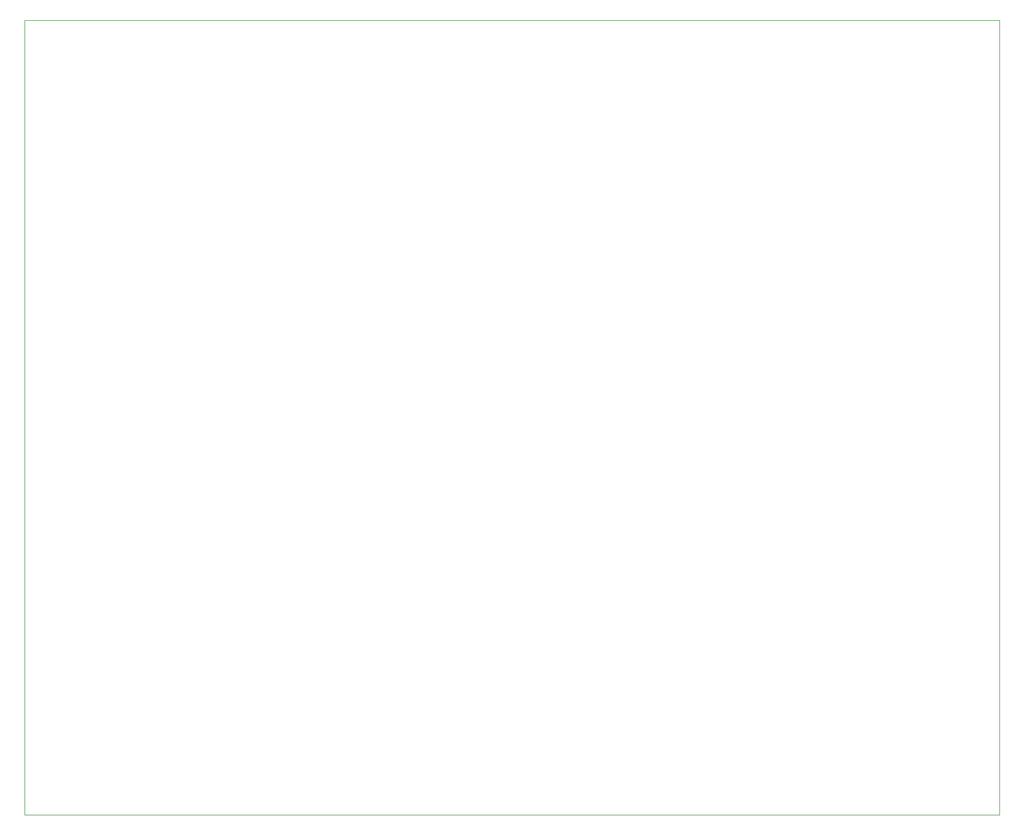
<source format=gm1>
G04 #@! TF.GenerationSoftware,KiCad,Pcbnew,5.1.6*
G04 #@! TF.CreationDate,2020-07-14T15:11:32-04:00*
G04 #@! TF.ProjectId,controller,636f6e74-726f-46c6-9c65-722e6b696361,rev?*
G04 #@! TF.SameCoordinates,Original*
G04 #@! TF.FileFunction,Profile,NP*
%FSLAX46Y46*%
G04 Gerber Fmt 4.6, Leading zero omitted, Abs format (unit mm)*
G04 Created by KiCad (PCBNEW 5.1.6) date 2020-07-14 15:11:32*
%MOMM*%
%LPD*%
G01*
G04 APERTURE LIST*
G04 #@! TA.AperFunction,Profile*
%ADD10C,0.100000*%
G04 #@! TD*
G04 APERTURE END LIST*
D10*
X-6350000Y-29210000D02*
X-5080000Y-29210000D01*
X-6350000Y-152400000D02*
X-6350000Y-29210000D01*
X144780000Y-152400000D02*
X-6350000Y-152400000D01*
X144780000Y-29210000D02*
X144780000Y-152400000D01*
X-5080000Y-29210000D02*
X144780000Y-29210000D01*
M02*

</source>
